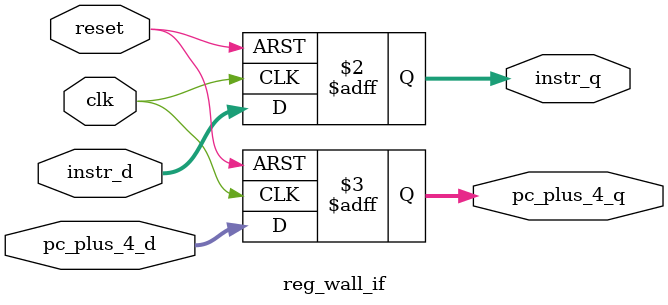
<source format=v>
module reg_wall_if(
        input clk,
        input reset,
        input [31:0] instr_d,
        input [31:0] pc_plus_4_d,
        output reg [31:0] instr_q,
        output reg [31:0] pc_plus_4_q
);

    always @ (posedge clk, posedge reset) begin
        if (reset) begin
            instr_q <= 0;
            pc_plus_4_q <= 0;
        end else begin
            instr_q <= instr_d;
            pc_plus_4_q <= pc_plus_4_d;
        end
    end

endmodule
</source>
